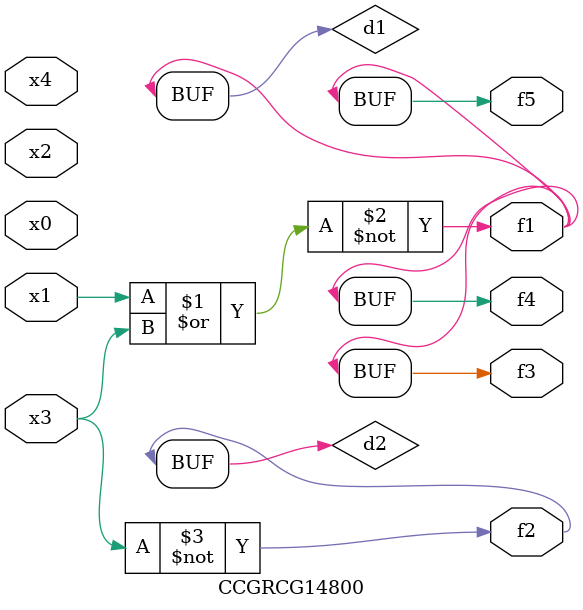
<source format=v>
module CCGRCG14800(
	input x0, x1, x2, x3, x4,
	output f1, f2, f3, f4, f5
);

	wire d1, d2;

	nor (d1, x1, x3);
	not (d2, x3);
	assign f1 = d1;
	assign f2 = d2;
	assign f3 = d1;
	assign f4 = d1;
	assign f5 = d1;
endmodule

</source>
